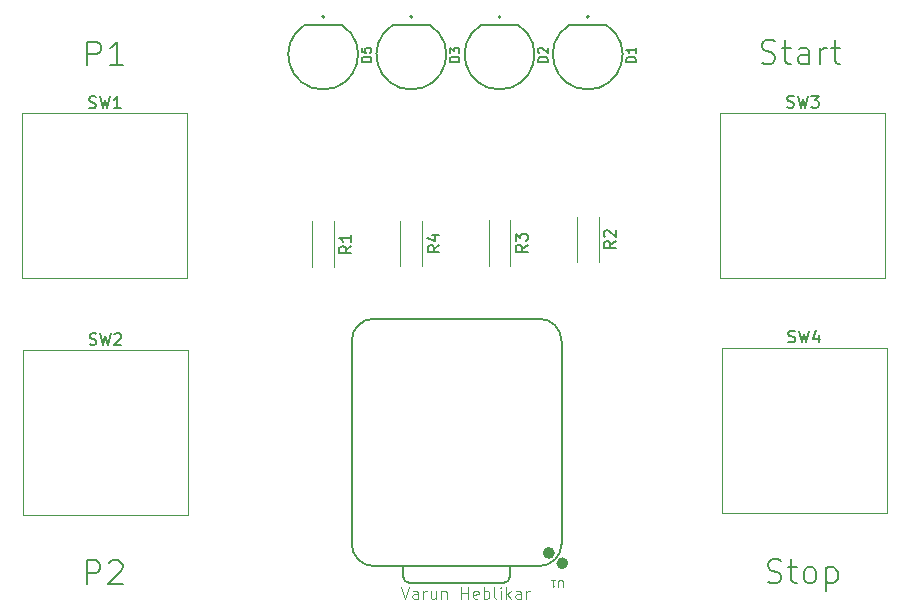
<source format=gbr>
%TF.GenerationSoftware,KiCad,Pcbnew,9.0.2*%
%TF.CreationDate,2025-07-29T19:40:39-04:00*%
%TF.ProjectId,LaunchPad_V2,4c61756e-6368-4506-9164-5f56322e6b69,rev?*%
%TF.SameCoordinates,Original*%
%TF.FileFunction,Legend,Top*%
%TF.FilePolarity,Positive*%
%FSLAX46Y46*%
G04 Gerber Fmt 4.6, Leading zero omitted, Abs format (unit mm)*
G04 Created by KiCad (PCBNEW 9.0.2) date 2025-07-29 19:40:39*
%MOMM*%
%LPD*%
G01*
G04 APERTURE LIST*
%ADD10C,0.200000*%
%ADD11C,0.100000*%
%ADD12C,0.150000*%
%ADD13C,0.101600*%
%ADD14C,0.120000*%
%ADD15C,0.504000*%
%ADD16C,0.127000*%
G04 APERTURE END LIST*
D10*
X226512530Y-72249600D02*
X226798244Y-72344838D01*
X226798244Y-72344838D02*
X227274435Y-72344838D01*
X227274435Y-72344838D02*
X227464911Y-72249600D01*
X227464911Y-72249600D02*
X227560149Y-72154361D01*
X227560149Y-72154361D02*
X227655387Y-71963885D01*
X227655387Y-71963885D02*
X227655387Y-71773409D01*
X227655387Y-71773409D02*
X227560149Y-71582933D01*
X227560149Y-71582933D02*
X227464911Y-71487695D01*
X227464911Y-71487695D02*
X227274435Y-71392457D01*
X227274435Y-71392457D02*
X226893482Y-71297219D01*
X226893482Y-71297219D02*
X226703006Y-71201980D01*
X226703006Y-71201980D02*
X226607768Y-71106742D01*
X226607768Y-71106742D02*
X226512530Y-70916266D01*
X226512530Y-70916266D02*
X226512530Y-70725790D01*
X226512530Y-70725790D02*
X226607768Y-70535314D01*
X226607768Y-70535314D02*
X226703006Y-70440076D01*
X226703006Y-70440076D02*
X226893482Y-70344838D01*
X226893482Y-70344838D02*
X227369673Y-70344838D01*
X227369673Y-70344838D02*
X227655387Y-70440076D01*
X228226816Y-71011504D02*
X228988720Y-71011504D01*
X228512530Y-70344838D02*
X228512530Y-72059123D01*
X228512530Y-72059123D02*
X228607768Y-72249600D01*
X228607768Y-72249600D02*
X228798244Y-72344838D01*
X228798244Y-72344838D02*
X228988720Y-72344838D01*
X229941101Y-72344838D02*
X229750625Y-72249600D01*
X229750625Y-72249600D02*
X229655387Y-72154361D01*
X229655387Y-72154361D02*
X229560149Y-71963885D01*
X229560149Y-71963885D02*
X229560149Y-71392457D01*
X229560149Y-71392457D02*
X229655387Y-71201980D01*
X229655387Y-71201980D02*
X229750625Y-71106742D01*
X229750625Y-71106742D02*
X229941101Y-71011504D01*
X229941101Y-71011504D02*
X230226816Y-71011504D01*
X230226816Y-71011504D02*
X230417292Y-71106742D01*
X230417292Y-71106742D02*
X230512530Y-71201980D01*
X230512530Y-71201980D02*
X230607768Y-71392457D01*
X230607768Y-71392457D02*
X230607768Y-71963885D01*
X230607768Y-71963885D02*
X230512530Y-72154361D01*
X230512530Y-72154361D02*
X230417292Y-72249600D01*
X230417292Y-72249600D02*
X230226816Y-72344838D01*
X230226816Y-72344838D02*
X229941101Y-72344838D01*
X231464911Y-71011504D02*
X231464911Y-73011504D01*
X231464911Y-71106742D02*
X231655387Y-71011504D01*
X231655387Y-71011504D02*
X232036340Y-71011504D01*
X232036340Y-71011504D02*
X232226816Y-71106742D01*
X232226816Y-71106742D02*
X232322054Y-71201980D01*
X232322054Y-71201980D02*
X232417292Y-71392457D01*
X232417292Y-71392457D02*
X232417292Y-71963885D01*
X232417292Y-71963885D02*
X232322054Y-72154361D01*
X232322054Y-72154361D02*
X232226816Y-72249600D01*
X232226816Y-72249600D02*
X232036340Y-72344838D01*
X232036340Y-72344838D02*
X231655387Y-72344838D01*
X231655387Y-72344838D02*
X231464911Y-72249600D01*
X225992530Y-28269600D02*
X226278244Y-28364838D01*
X226278244Y-28364838D02*
X226754435Y-28364838D01*
X226754435Y-28364838D02*
X226944911Y-28269600D01*
X226944911Y-28269600D02*
X227040149Y-28174361D01*
X227040149Y-28174361D02*
X227135387Y-27983885D01*
X227135387Y-27983885D02*
X227135387Y-27793409D01*
X227135387Y-27793409D02*
X227040149Y-27602933D01*
X227040149Y-27602933D02*
X226944911Y-27507695D01*
X226944911Y-27507695D02*
X226754435Y-27412457D01*
X226754435Y-27412457D02*
X226373482Y-27317219D01*
X226373482Y-27317219D02*
X226183006Y-27221980D01*
X226183006Y-27221980D02*
X226087768Y-27126742D01*
X226087768Y-27126742D02*
X225992530Y-26936266D01*
X225992530Y-26936266D02*
X225992530Y-26745790D01*
X225992530Y-26745790D02*
X226087768Y-26555314D01*
X226087768Y-26555314D02*
X226183006Y-26460076D01*
X226183006Y-26460076D02*
X226373482Y-26364838D01*
X226373482Y-26364838D02*
X226849673Y-26364838D01*
X226849673Y-26364838D02*
X227135387Y-26460076D01*
X227706816Y-27031504D02*
X228468720Y-27031504D01*
X227992530Y-26364838D02*
X227992530Y-28079123D01*
X227992530Y-28079123D02*
X228087768Y-28269600D01*
X228087768Y-28269600D02*
X228278244Y-28364838D01*
X228278244Y-28364838D02*
X228468720Y-28364838D01*
X229992530Y-28364838D02*
X229992530Y-27317219D01*
X229992530Y-27317219D02*
X229897292Y-27126742D01*
X229897292Y-27126742D02*
X229706816Y-27031504D01*
X229706816Y-27031504D02*
X229325863Y-27031504D01*
X229325863Y-27031504D02*
X229135387Y-27126742D01*
X229992530Y-28269600D02*
X229802054Y-28364838D01*
X229802054Y-28364838D02*
X229325863Y-28364838D01*
X229325863Y-28364838D02*
X229135387Y-28269600D01*
X229135387Y-28269600D02*
X229040149Y-28079123D01*
X229040149Y-28079123D02*
X229040149Y-27888647D01*
X229040149Y-27888647D02*
X229135387Y-27698171D01*
X229135387Y-27698171D02*
X229325863Y-27602933D01*
X229325863Y-27602933D02*
X229802054Y-27602933D01*
X229802054Y-27602933D02*
X229992530Y-27507695D01*
X230944911Y-28364838D02*
X230944911Y-27031504D01*
X230944911Y-27412457D02*
X231040149Y-27221980D01*
X231040149Y-27221980D02*
X231135387Y-27126742D01*
X231135387Y-27126742D02*
X231325863Y-27031504D01*
X231325863Y-27031504D02*
X231516340Y-27031504D01*
X231897292Y-27031504D02*
X232659196Y-27031504D01*
X232183006Y-26364838D02*
X232183006Y-28079123D01*
X232183006Y-28079123D02*
X232278244Y-28269600D01*
X232278244Y-28269600D02*
X232468720Y-28364838D01*
X232468720Y-28364838D02*
X232659196Y-28364838D01*
X168827768Y-72424838D02*
X168827768Y-70424838D01*
X168827768Y-70424838D02*
X169589673Y-70424838D01*
X169589673Y-70424838D02*
X169780149Y-70520076D01*
X169780149Y-70520076D02*
X169875387Y-70615314D01*
X169875387Y-70615314D02*
X169970625Y-70805790D01*
X169970625Y-70805790D02*
X169970625Y-71091504D01*
X169970625Y-71091504D02*
X169875387Y-71281980D01*
X169875387Y-71281980D02*
X169780149Y-71377219D01*
X169780149Y-71377219D02*
X169589673Y-71472457D01*
X169589673Y-71472457D02*
X168827768Y-71472457D01*
X170732530Y-70615314D02*
X170827768Y-70520076D01*
X170827768Y-70520076D02*
X171018244Y-70424838D01*
X171018244Y-70424838D02*
X171494435Y-70424838D01*
X171494435Y-70424838D02*
X171684911Y-70520076D01*
X171684911Y-70520076D02*
X171780149Y-70615314D01*
X171780149Y-70615314D02*
X171875387Y-70805790D01*
X171875387Y-70805790D02*
X171875387Y-70996266D01*
X171875387Y-70996266D02*
X171780149Y-71281980D01*
X171780149Y-71281980D02*
X170637292Y-72424838D01*
X170637292Y-72424838D02*
X171875387Y-72424838D01*
X168907768Y-28504838D02*
X168907768Y-26504838D01*
X168907768Y-26504838D02*
X169669673Y-26504838D01*
X169669673Y-26504838D02*
X169860149Y-26600076D01*
X169860149Y-26600076D02*
X169955387Y-26695314D01*
X169955387Y-26695314D02*
X170050625Y-26885790D01*
X170050625Y-26885790D02*
X170050625Y-27171504D01*
X170050625Y-27171504D02*
X169955387Y-27361980D01*
X169955387Y-27361980D02*
X169860149Y-27457219D01*
X169860149Y-27457219D02*
X169669673Y-27552457D01*
X169669673Y-27552457D02*
X168907768Y-27552457D01*
X171955387Y-28504838D02*
X170812530Y-28504838D01*
X171383958Y-28504838D02*
X171383958Y-26504838D01*
X171383958Y-26504838D02*
X171193482Y-26790552D01*
X171193482Y-26790552D02*
X171003006Y-26981028D01*
X171003006Y-26981028D02*
X170812530Y-27076266D01*
D11*
X195451027Y-72672419D02*
X195784360Y-73672419D01*
X195784360Y-73672419D02*
X196117693Y-72672419D01*
X196879598Y-73672419D02*
X196879598Y-73148609D01*
X196879598Y-73148609D02*
X196831979Y-73053371D01*
X196831979Y-73053371D02*
X196736741Y-73005752D01*
X196736741Y-73005752D02*
X196546265Y-73005752D01*
X196546265Y-73005752D02*
X196451027Y-73053371D01*
X196879598Y-73624800D02*
X196784360Y-73672419D01*
X196784360Y-73672419D02*
X196546265Y-73672419D01*
X196546265Y-73672419D02*
X196451027Y-73624800D01*
X196451027Y-73624800D02*
X196403408Y-73529561D01*
X196403408Y-73529561D02*
X196403408Y-73434323D01*
X196403408Y-73434323D02*
X196451027Y-73339085D01*
X196451027Y-73339085D02*
X196546265Y-73291466D01*
X196546265Y-73291466D02*
X196784360Y-73291466D01*
X196784360Y-73291466D02*
X196879598Y-73243847D01*
X197355789Y-73672419D02*
X197355789Y-73005752D01*
X197355789Y-73196228D02*
X197403408Y-73100990D01*
X197403408Y-73100990D02*
X197451027Y-73053371D01*
X197451027Y-73053371D02*
X197546265Y-73005752D01*
X197546265Y-73005752D02*
X197641503Y-73005752D01*
X198403408Y-73005752D02*
X198403408Y-73672419D01*
X197974837Y-73005752D02*
X197974837Y-73529561D01*
X197974837Y-73529561D02*
X198022456Y-73624800D01*
X198022456Y-73624800D02*
X198117694Y-73672419D01*
X198117694Y-73672419D02*
X198260551Y-73672419D01*
X198260551Y-73672419D02*
X198355789Y-73624800D01*
X198355789Y-73624800D02*
X198403408Y-73577180D01*
X198879599Y-73005752D02*
X198879599Y-73672419D01*
X198879599Y-73100990D02*
X198927218Y-73053371D01*
X198927218Y-73053371D02*
X199022456Y-73005752D01*
X199022456Y-73005752D02*
X199165313Y-73005752D01*
X199165313Y-73005752D02*
X199260551Y-73053371D01*
X199260551Y-73053371D02*
X199308170Y-73148609D01*
X199308170Y-73148609D02*
X199308170Y-73672419D01*
X200546266Y-73672419D02*
X200546266Y-72672419D01*
X200546266Y-73148609D02*
X201117694Y-73148609D01*
X201117694Y-73672419D02*
X201117694Y-72672419D01*
X201974837Y-73624800D02*
X201879599Y-73672419D01*
X201879599Y-73672419D02*
X201689123Y-73672419D01*
X201689123Y-73672419D02*
X201593885Y-73624800D01*
X201593885Y-73624800D02*
X201546266Y-73529561D01*
X201546266Y-73529561D02*
X201546266Y-73148609D01*
X201546266Y-73148609D02*
X201593885Y-73053371D01*
X201593885Y-73053371D02*
X201689123Y-73005752D01*
X201689123Y-73005752D02*
X201879599Y-73005752D01*
X201879599Y-73005752D02*
X201974837Y-73053371D01*
X201974837Y-73053371D02*
X202022456Y-73148609D01*
X202022456Y-73148609D02*
X202022456Y-73243847D01*
X202022456Y-73243847D02*
X201546266Y-73339085D01*
X202451028Y-73672419D02*
X202451028Y-72672419D01*
X202451028Y-73053371D02*
X202546266Y-73005752D01*
X202546266Y-73005752D02*
X202736742Y-73005752D01*
X202736742Y-73005752D02*
X202831980Y-73053371D01*
X202831980Y-73053371D02*
X202879599Y-73100990D01*
X202879599Y-73100990D02*
X202927218Y-73196228D01*
X202927218Y-73196228D02*
X202927218Y-73481942D01*
X202927218Y-73481942D02*
X202879599Y-73577180D01*
X202879599Y-73577180D02*
X202831980Y-73624800D01*
X202831980Y-73624800D02*
X202736742Y-73672419D01*
X202736742Y-73672419D02*
X202546266Y-73672419D01*
X202546266Y-73672419D02*
X202451028Y-73624800D01*
X203498647Y-73672419D02*
X203403409Y-73624800D01*
X203403409Y-73624800D02*
X203355790Y-73529561D01*
X203355790Y-73529561D02*
X203355790Y-72672419D01*
X203879600Y-73672419D02*
X203879600Y-73005752D01*
X203879600Y-72672419D02*
X203831981Y-72720038D01*
X203831981Y-72720038D02*
X203879600Y-72767657D01*
X203879600Y-72767657D02*
X203927219Y-72720038D01*
X203927219Y-72720038D02*
X203879600Y-72672419D01*
X203879600Y-72672419D02*
X203879600Y-72767657D01*
X204355790Y-73672419D02*
X204355790Y-72672419D01*
X204451028Y-73291466D02*
X204736742Y-73672419D01*
X204736742Y-73005752D02*
X204355790Y-73386704D01*
X205593885Y-73672419D02*
X205593885Y-73148609D01*
X205593885Y-73148609D02*
X205546266Y-73053371D01*
X205546266Y-73053371D02*
X205451028Y-73005752D01*
X205451028Y-73005752D02*
X205260552Y-73005752D01*
X205260552Y-73005752D02*
X205165314Y-73053371D01*
X205593885Y-73624800D02*
X205498647Y-73672419D01*
X205498647Y-73672419D02*
X205260552Y-73672419D01*
X205260552Y-73672419D02*
X205165314Y-73624800D01*
X205165314Y-73624800D02*
X205117695Y-73529561D01*
X205117695Y-73529561D02*
X205117695Y-73434323D01*
X205117695Y-73434323D02*
X205165314Y-73339085D01*
X205165314Y-73339085D02*
X205260552Y-73291466D01*
X205260552Y-73291466D02*
X205498647Y-73291466D01*
X205498647Y-73291466D02*
X205593885Y-73243847D01*
X206070076Y-73672419D02*
X206070076Y-73005752D01*
X206070076Y-73196228D02*
X206117695Y-73100990D01*
X206117695Y-73100990D02*
X206165314Y-73053371D01*
X206165314Y-73053371D02*
X206260552Y-73005752D01*
X206260552Y-73005752D02*
X206355790Y-73005752D01*
D12*
X206169925Y-43706666D02*
X205693734Y-44039999D01*
X206169925Y-44278094D02*
X205169925Y-44278094D01*
X205169925Y-44278094D02*
X205169925Y-43897142D01*
X205169925Y-43897142D02*
X205217544Y-43801904D01*
X205217544Y-43801904D02*
X205265163Y-43754285D01*
X205265163Y-43754285D02*
X205360401Y-43706666D01*
X205360401Y-43706666D02*
X205503258Y-43706666D01*
X205503258Y-43706666D02*
X205598496Y-43754285D01*
X205598496Y-43754285D02*
X205646115Y-43801904D01*
X205646115Y-43801904D02*
X205693734Y-43897142D01*
X205693734Y-43897142D02*
X205693734Y-44278094D01*
X205169925Y-43373332D02*
X205169925Y-42754285D01*
X205169925Y-42754285D02*
X205550877Y-43087618D01*
X205550877Y-43087618D02*
X205550877Y-42944761D01*
X205550877Y-42944761D02*
X205598496Y-42849523D01*
X205598496Y-42849523D02*
X205646115Y-42801904D01*
X205646115Y-42801904D02*
X205741353Y-42754285D01*
X205741353Y-42754285D02*
X205979448Y-42754285D01*
X205979448Y-42754285D02*
X206074686Y-42801904D01*
X206074686Y-42801904D02*
X206122306Y-42849523D01*
X206122306Y-42849523D02*
X206169925Y-42944761D01*
X206169925Y-42944761D02*
X206169925Y-43230475D01*
X206169925Y-43230475D02*
X206122306Y-43325713D01*
X206122306Y-43325713D02*
X206074686Y-43373332D01*
D13*
X209143809Y-72716520D02*
X209143809Y-72202473D01*
X209143809Y-72202473D02*
X209113571Y-72141997D01*
X209113571Y-72141997D02*
X209083333Y-72111759D01*
X209083333Y-72111759D02*
X209022857Y-72081520D01*
X209022857Y-72081520D02*
X208901904Y-72081520D01*
X208901904Y-72081520D02*
X208841428Y-72111759D01*
X208841428Y-72111759D02*
X208811190Y-72141997D01*
X208811190Y-72141997D02*
X208780952Y-72202473D01*
X208780952Y-72202473D02*
X208780952Y-72716520D01*
X208145952Y-72081520D02*
X208508809Y-72081520D01*
X208327381Y-72081520D02*
X208327381Y-72716520D01*
X208327381Y-72716520D02*
X208387857Y-72625806D01*
X208387857Y-72625806D02*
X208448333Y-72565330D01*
X208448333Y-72565330D02*
X208508809Y-72535092D01*
D12*
X192935189Y-28220475D02*
X192135189Y-28220475D01*
X192135189Y-28220475D02*
X192135189Y-28029999D01*
X192135189Y-28029999D02*
X192173284Y-27915713D01*
X192173284Y-27915713D02*
X192249474Y-27839523D01*
X192249474Y-27839523D02*
X192325665Y-27801428D01*
X192325665Y-27801428D02*
X192478046Y-27763332D01*
X192478046Y-27763332D02*
X192592332Y-27763332D01*
X192592332Y-27763332D02*
X192744713Y-27801428D01*
X192744713Y-27801428D02*
X192820903Y-27839523D01*
X192820903Y-27839523D02*
X192897094Y-27915713D01*
X192897094Y-27915713D02*
X192935189Y-28029999D01*
X192935189Y-28029999D02*
X192935189Y-28220475D01*
X192135189Y-27039523D02*
X192135189Y-27420475D01*
X192135189Y-27420475D02*
X192516141Y-27458571D01*
X192516141Y-27458571D02*
X192478046Y-27420475D01*
X192478046Y-27420475D02*
X192439951Y-27344285D01*
X192439951Y-27344285D02*
X192439951Y-27153809D01*
X192439951Y-27153809D02*
X192478046Y-27077618D01*
X192478046Y-27077618D02*
X192516141Y-27039523D01*
X192516141Y-27039523D02*
X192592332Y-27001428D01*
X192592332Y-27001428D02*
X192782808Y-27001428D01*
X192782808Y-27001428D02*
X192858998Y-27039523D01*
X192858998Y-27039523D02*
X192897094Y-27077618D01*
X192897094Y-27077618D02*
X192935189Y-27153809D01*
X192935189Y-27153809D02*
X192935189Y-27344285D01*
X192935189Y-27344285D02*
X192897094Y-27420475D01*
X192897094Y-27420475D02*
X192858998Y-27458571D01*
X228246667Y-51923200D02*
X228389524Y-51970819D01*
X228389524Y-51970819D02*
X228627619Y-51970819D01*
X228627619Y-51970819D02*
X228722857Y-51923200D01*
X228722857Y-51923200D02*
X228770476Y-51875580D01*
X228770476Y-51875580D02*
X228818095Y-51780342D01*
X228818095Y-51780342D02*
X228818095Y-51685104D01*
X228818095Y-51685104D02*
X228770476Y-51589866D01*
X228770476Y-51589866D02*
X228722857Y-51542247D01*
X228722857Y-51542247D02*
X228627619Y-51494628D01*
X228627619Y-51494628D02*
X228437143Y-51447009D01*
X228437143Y-51447009D02*
X228341905Y-51399390D01*
X228341905Y-51399390D02*
X228294286Y-51351771D01*
X228294286Y-51351771D02*
X228246667Y-51256533D01*
X228246667Y-51256533D02*
X228246667Y-51161295D01*
X228246667Y-51161295D02*
X228294286Y-51066057D01*
X228294286Y-51066057D02*
X228341905Y-51018438D01*
X228341905Y-51018438D02*
X228437143Y-50970819D01*
X228437143Y-50970819D02*
X228675238Y-50970819D01*
X228675238Y-50970819D02*
X228818095Y-51018438D01*
X229151429Y-50970819D02*
X229389524Y-51970819D01*
X229389524Y-51970819D02*
X229580000Y-51256533D01*
X229580000Y-51256533D02*
X229770476Y-51970819D01*
X229770476Y-51970819D02*
X230008572Y-50970819D01*
X230818095Y-51304152D02*
X230818095Y-51970819D01*
X230580000Y-50923200D02*
X230341905Y-51637485D01*
X230341905Y-51637485D02*
X230960952Y-51637485D01*
X169046667Y-32093200D02*
X169189524Y-32140819D01*
X169189524Y-32140819D02*
X169427619Y-32140819D01*
X169427619Y-32140819D02*
X169522857Y-32093200D01*
X169522857Y-32093200D02*
X169570476Y-32045580D01*
X169570476Y-32045580D02*
X169618095Y-31950342D01*
X169618095Y-31950342D02*
X169618095Y-31855104D01*
X169618095Y-31855104D02*
X169570476Y-31759866D01*
X169570476Y-31759866D02*
X169522857Y-31712247D01*
X169522857Y-31712247D02*
X169427619Y-31664628D01*
X169427619Y-31664628D02*
X169237143Y-31617009D01*
X169237143Y-31617009D02*
X169141905Y-31569390D01*
X169141905Y-31569390D02*
X169094286Y-31521771D01*
X169094286Y-31521771D02*
X169046667Y-31426533D01*
X169046667Y-31426533D02*
X169046667Y-31331295D01*
X169046667Y-31331295D02*
X169094286Y-31236057D01*
X169094286Y-31236057D02*
X169141905Y-31188438D01*
X169141905Y-31188438D02*
X169237143Y-31140819D01*
X169237143Y-31140819D02*
X169475238Y-31140819D01*
X169475238Y-31140819D02*
X169618095Y-31188438D01*
X169951429Y-31140819D02*
X170189524Y-32140819D01*
X170189524Y-32140819D02*
X170380000Y-31426533D01*
X170380000Y-31426533D02*
X170570476Y-32140819D01*
X170570476Y-32140819D02*
X170808572Y-31140819D01*
X171713333Y-32140819D02*
X171141905Y-32140819D01*
X171427619Y-32140819D02*
X171427619Y-31140819D01*
X171427619Y-31140819D02*
X171332381Y-31283676D01*
X171332381Y-31283676D02*
X171237143Y-31378914D01*
X171237143Y-31378914D02*
X171141905Y-31426533D01*
X207865401Y-28220475D02*
X207065401Y-28220475D01*
X207065401Y-28220475D02*
X207065401Y-28029999D01*
X207065401Y-28029999D02*
X207103496Y-27915713D01*
X207103496Y-27915713D02*
X207179686Y-27839523D01*
X207179686Y-27839523D02*
X207255877Y-27801428D01*
X207255877Y-27801428D02*
X207408258Y-27763332D01*
X207408258Y-27763332D02*
X207522544Y-27763332D01*
X207522544Y-27763332D02*
X207674925Y-27801428D01*
X207674925Y-27801428D02*
X207751115Y-27839523D01*
X207751115Y-27839523D02*
X207827306Y-27915713D01*
X207827306Y-27915713D02*
X207865401Y-28029999D01*
X207865401Y-28029999D02*
X207865401Y-28220475D01*
X207141591Y-27458571D02*
X207103496Y-27420475D01*
X207103496Y-27420475D02*
X207065401Y-27344285D01*
X207065401Y-27344285D02*
X207065401Y-27153809D01*
X207065401Y-27153809D02*
X207103496Y-27077618D01*
X207103496Y-27077618D02*
X207141591Y-27039523D01*
X207141591Y-27039523D02*
X207217782Y-27001428D01*
X207217782Y-27001428D02*
X207293972Y-27001428D01*
X207293972Y-27001428D02*
X207408258Y-27039523D01*
X207408258Y-27039523D02*
X207865401Y-27496666D01*
X207865401Y-27496666D02*
X207865401Y-27001428D01*
X213635031Y-43396666D02*
X213158840Y-43729999D01*
X213635031Y-43968094D02*
X212635031Y-43968094D01*
X212635031Y-43968094D02*
X212635031Y-43587142D01*
X212635031Y-43587142D02*
X212682650Y-43491904D01*
X212682650Y-43491904D02*
X212730269Y-43444285D01*
X212730269Y-43444285D02*
X212825507Y-43396666D01*
X212825507Y-43396666D02*
X212968364Y-43396666D01*
X212968364Y-43396666D02*
X213063602Y-43444285D01*
X213063602Y-43444285D02*
X213111221Y-43491904D01*
X213111221Y-43491904D02*
X213158840Y-43587142D01*
X213158840Y-43587142D02*
X213158840Y-43968094D01*
X212730269Y-43015713D02*
X212682650Y-42968094D01*
X212682650Y-42968094D02*
X212635031Y-42872856D01*
X212635031Y-42872856D02*
X212635031Y-42634761D01*
X212635031Y-42634761D02*
X212682650Y-42539523D01*
X212682650Y-42539523D02*
X212730269Y-42491904D01*
X212730269Y-42491904D02*
X212825507Y-42444285D01*
X212825507Y-42444285D02*
X212920745Y-42444285D01*
X212920745Y-42444285D02*
X213063602Y-42491904D01*
X213063602Y-42491904D02*
X213635031Y-43063332D01*
X213635031Y-43063332D02*
X213635031Y-42444285D01*
X215330507Y-28220475D02*
X214530507Y-28220475D01*
X214530507Y-28220475D02*
X214530507Y-28029999D01*
X214530507Y-28029999D02*
X214568602Y-27915713D01*
X214568602Y-27915713D02*
X214644792Y-27839523D01*
X214644792Y-27839523D02*
X214720983Y-27801428D01*
X214720983Y-27801428D02*
X214873364Y-27763332D01*
X214873364Y-27763332D02*
X214987650Y-27763332D01*
X214987650Y-27763332D02*
X215140031Y-27801428D01*
X215140031Y-27801428D02*
X215216221Y-27839523D01*
X215216221Y-27839523D02*
X215292412Y-27915713D01*
X215292412Y-27915713D02*
X215330507Y-28029999D01*
X215330507Y-28029999D02*
X215330507Y-28220475D01*
X215330507Y-27001428D02*
X215330507Y-27458571D01*
X215330507Y-27229999D02*
X214530507Y-27229999D01*
X214530507Y-27229999D02*
X214644792Y-27306190D01*
X214644792Y-27306190D02*
X214720983Y-27382380D01*
X214720983Y-27382380D02*
X214759078Y-27458571D01*
X228146667Y-32043200D02*
X228289524Y-32090819D01*
X228289524Y-32090819D02*
X228527619Y-32090819D01*
X228527619Y-32090819D02*
X228622857Y-32043200D01*
X228622857Y-32043200D02*
X228670476Y-31995580D01*
X228670476Y-31995580D02*
X228718095Y-31900342D01*
X228718095Y-31900342D02*
X228718095Y-31805104D01*
X228718095Y-31805104D02*
X228670476Y-31709866D01*
X228670476Y-31709866D02*
X228622857Y-31662247D01*
X228622857Y-31662247D02*
X228527619Y-31614628D01*
X228527619Y-31614628D02*
X228337143Y-31567009D01*
X228337143Y-31567009D02*
X228241905Y-31519390D01*
X228241905Y-31519390D02*
X228194286Y-31471771D01*
X228194286Y-31471771D02*
X228146667Y-31376533D01*
X228146667Y-31376533D02*
X228146667Y-31281295D01*
X228146667Y-31281295D02*
X228194286Y-31186057D01*
X228194286Y-31186057D02*
X228241905Y-31138438D01*
X228241905Y-31138438D02*
X228337143Y-31090819D01*
X228337143Y-31090819D02*
X228575238Y-31090819D01*
X228575238Y-31090819D02*
X228718095Y-31138438D01*
X229051429Y-31090819D02*
X229289524Y-32090819D01*
X229289524Y-32090819D02*
X229480000Y-31376533D01*
X229480000Y-31376533D02*
X229670476Y-32090819D01*
X229670476Y-32090819D02*
X229908572Y-31090819D01*
X230194286Y-31090819D02*
X230813333Y-31090819D01*
X230813333Y-31090819D02*
X230480000Y-31471771D01*
X230480000Y-31471771D02*
X230622857Y-31471771D01*
X230622857Y-31471771D02*
X230718095Y-31519390D01*
X230718095Y-31519390D02*
X230765714Y-31567009D01*
X230765714Y-31567009D02*
X230813333Y-31662247D01*
X230813333Y-31662247D02*
X230813333Y-31900342D01*
X230813333Y-31900342D02*
X230765714Y-31995580D01*
X230765714Y-31995580D02*
X230718095Y-32043200D01*
X230718095Y-32043200D02*
X230622857Y-32090819D01*
X230622857Y-32090819D02*
X230337143Y-32090819D01*
X230337143Y-32090819D02*
X230241905Y-32043200D01*
X230241905Y-32043200D02*
X230194286Y-31995580D01*
X200400295Y-28220475D02*
X199600295Y-28220475D01*
X199600295Y-28220475D02*
X199600295Y-28029999D01*
X199600295Y-28029999D02*
X199638390Y-27915713D01*
X199638390Y-27915713D02*
X199714580Y-27839523D01*
X199714580Y-27839523D02*
X199790771Y-27801428D01*
X199790771Y-27801428D02*
X199943152Y-27763332D01*
X199943152Y-27763332D02*
X200057438Y-27763332D01*
X200057438Y-27763332D02*
X200209819Y-27801428D01*
X200209819Y-27801428D02*
X200286009Y-27839523D01*
X200286009Y-27839523D02*
X200362200Y-27915713D01*
X200362200Y-27915713D02*
X200400295Y-28029999D01*
X200400295Y-28029999D02*
X200400295Y-28220475D01*
X199600295Y-27496666D02*
X199600295Y-27001428D01*
X199600295Y-27001428D02*
X199905057Y-27268094D01*
X199905057Y-27268094D02*
X199905057Y-27153809D01*
X199905057Y-27153809D02*
X199943152Y-27077618D01*
X199943152Y-27077618D02*
X199981247Y-27039523D01*
X199981247Y-27039523D02*
X200057438Y-27001428D01*
X200057438Y-27001428D02*
X200247914Y-27001428D01*
X200247914Y-27001428D02*
X200324104Y-27039523D01*
X200324104Y-27039523D02*
X200362200Y-27077618D01*
X200362200Y-27077618D02*
X200400295Y-27153809D01*
X200400295Y-27153809D02*
X200400295Y-27382380D01*
X200400295Y-27382380D02*
X200362200Y-27458571D01*
X200362200Y-27458571D02*
X200324104Y-27496666D01*
X198704819Y-43746666D02*
X198228628Y-44079999D01*
X198704819Y-44318094D02*
X197704819Y-44318094D01*
X197704819Y-44318094D02*
X197704819Y-43937142D01*
X197704819Y-43937142D02*
X197752438Y-43841904D01*
X197752438Y-43841904D02*
X197800057Y-43794285D01*
X197800057Y-43794285D02*
X197895295Y-43746666D01*
X197895295Y-43746666D02*
X198038152Y-43746666D01*
X198038152Y-43746666D02*
X198133390Y-43794285D01*
X198133390Y-43794285D02*
X198181009Y-43841904D01*
X198181009Y-43841904D02*
X198228628Y-43937142D01*
X198228628Y-43937142D02*
X198228628Y-44318094D01*
X198038152Y-42889523D02*
X198704819Y-42889523D01*
X197657200Y-43127618D02*
X198371485Y-43365713D01*
X198371485Y-43365713D02*
X198371485Y-42746666D01*
X191239713Y-43806666D02*
X190763522Y-44139999D01*
X191239713Y-44378094D02*
X190239713Y-44378094D01*
X190239713Y-44378094D02*
X190239713Y-43997142D01*
X190239713Y-43997142D02*
X190287332Y-43901904D01*
X190287332Y-43901904D02*
X190334951Y-43854285D01*
X190334951Y-43854285D02*
X190430189Y-43806666D01*
X190430189Y-43806666D02*
X190573046Y-43806666D01*
X190573046Y-43806666D02*
X190668284Y-43854285D01*
X190668284Y-43854285D02*
X190715903Y-43901904D01*
X190715903Y-43901904D02*
X190763522Y-43997142D01*
X190763522Y-43997142D02*
X190763522Y-44378094D01*
X191239713Y-42854285D02*
X191239713Y-43425713D01*
X191239713Y-43139999D02*
X190239713Y-43139999D01*
X190239713Y-43139999D02*
X190382570Y-43235237D01*
X190382570Y-43235237D02*
X190477808Y-43330475D01*
X190477808Y-43330475D02*
X190525427Y-43425713D01*
X169096667Y-52123200D02*
X169239524Y-52170819D01*
X169239524Y-52170819D02*
X169477619Y-52170819D01*
X169477619Y-52170819D02*
X169572857Y-52123200D01*
X169572857Y-52123200D02*
X169620476Y-52075580D01*
X169620476Y-52075580D02*
X169668095Y-51980342D01*
X169668095Y-51980342D02*
X169668095Y-51885104D01*
X169668095Y-51885104D02*
X169620476Y-51789866D01*
X169620476Y-51789866D02*
X169572857Y-51742247D01*
X169572857Y-51742247D02*
X169477619Y-51694628D01*
X169477619Y-51694628D02*
X169287143Y-51647009D01*
X169287143Y-51647009D02*
X169191905Y-51599390D01*
X169191905Y-51599390D02*
X169144286Y-51551771D01*
X169144286Y-51551771D02*
X169096667Y-51456533D01*
X169096667Y-51456533D02*
X169096667Y-51361295D01*
X169096667Y-51361295D02*
X169144286Y-51266057D01*
X169144286Y-51266057D02*
X169191905Y-51218438D01*
X169191905Y-51218438D02*
X169287143Y-51170819D01*
X169287143Y-51170819D02*
X169525238Y-51170819D01*
X169525238Y-51170819D02*
X169668095Y-51218438D01*
X170001429Y-51170819D02*
X170239524Y-52170819D01*
X170239524Y-52170819D02*
X170430000Y-51456533D01*
X170430000Y-51456533D02*
X170620476Y-52170819D01*
X170620476Y-52170819D02*
X170858572Y-51170819D01*
X171191905Y-51266057D02*
X171239524Y-51218438D01*
X171239524Y-51218438D02*
X171334762Y-51170819D01*
X171334762Y-51170819D02*
X171572857Y-51170819D01*
X171572857Y-51170819D02*
X171668095Y-51218438D01*
X171668095Y-51218438D02*
X171715714Y-51266057D01*
X171715714Y-51266057D02*
X171763333Y-51361295D01*
X171763333Y-51361295D02*
X171763333Y-51456533D01*
X171763333Y-51456533D02*
X171715714Y-51599390D01*
X171715714Y-51599390D02*
X171144286Y-52170819D01*
X171144286Y-52170819D02*
X171763333Y-52170819D01*
D14*
%TO.C,R3*%
X204715106Y-41620000D02*
X204715106Y-45460000D01*
X202875106Y-41620000D02*
X202875106Y-45460000D01*
%TO.C,U1*%
D15*
X208219000Y-69790000D02*
G75*
G02*
X207715000Y-69790000I-252000J0D01*
G01*
X207715000Y-69790000D02*
G75*
G02*
X208219000Y-69790000I252000J0D01*
G01*
X209362000Y-70670000D02*
G75*
G02*
X208858000Y-70670000I-252000J0D01*
G01*
X208858000Y-70670000D02*
G75*
G02*
X209362000Y-70670000I252000J0D01*
G01*
D16*
X191270000Y-51861000D02*
G75*
G02*
X193175000Y-49956000I1905000J0D01*
G01*
X193175000Y-70911000D02*
G75*
G02*
X191270000Y-69006000I0J1905000D01*
G01*
X196156000Y-72321000D02*
G75*
G02*
X195656000Y-71821000I0J500000D01*
G01*
X204651272Y-71821272D02*
G75*
G02*
X204151272Y-72320999I-500018J291D01*
G01*
X207145000Y-49956000D02*
G75*
G02*
X209050000Y-51861000I-1J-1905001D01*
G01*
X209050000Y-69006000D02*
G75*
G02*
X207145000Y-70911000I-1905001J1D01*
G01*
X191270000Y-51861000D02*
X191270000Y-69006000D01*
X193175000Y-70911000D02*
X207145000Y-70911000D01*
D11*
X193175000Y-70911000D02*
X207145000Y-70911000D01*
D16*
X195656000Y-71821000D02*
X195656000Y-70911000D01*
X204151272Y-72321000D02*
X196156000Y-72321000D01*
X204655000Y-70911000D02*
X204651272Y-71821272D01*
X207145000Y-49956000D02*
X193175000Y-49956000D01*
X209050000Y-51861000D02*
X209050000Y-69006000D01*
%TO.C,D5*%
X190430894Y-25090000D02*
X187298894Y-25090000D01*
X190430894Y-25090000D02*
G75*
G02*
X187298894Y-25090000I-1566000J-2506124D01*
G01*
D10*
X188964894Y-24390000D02*
G75*
G02*
X188764894Y-24390000I-100000J0D01*
G01*
X188764894Y-24390000D02*
G75*
G02*
X188964894Y-24390000I100000J0D01*
G01*
D14*
%TO.C,SW4*%
X222595000Y-52405000D02*
X236565000Y-52405000D01*
X222595000Y-66375000D02*
X222595000Y-52405000D01*
X236565000Y-52405000D02*
X236565000Y-66375000D01*
X236565000Y-66375000D02*
X222595000Y-66375000D01*
%TO.C,SW1*%
X163395000Y-32575000D02*
X177365000Y-32575000D01*
X163395000Y-46545000D02*
X163395000Y-32575000D01*
X177365000Y-32575000D02*
X177365000Y-46545000D01*
X177365000Y-46545000D02*
X163395000Y-46545000D01*
D16*
%TO.C,D2*%
X205361106Y-25090000D02*
X202229106Y-25090000D01*
X205361106Y-25090000D02*
G75*
G02*
X202229106Y-25090000I-1566000J-2506124D01*
G01*
D10*
X203895106Y-24390000D02*
G75*
G02*
X203695106Y-24390000I-100000J0D01*
G01*
X203695106Y-24390000D02*
G75*
G02*
X203895106Y-24390000I100000J0D01*
G01*
D14*
%TO.C,R2*%
X210340212Y-41310000D02*
X210340212Y-45150000D01*
X212180212Y-41310000D02*
X212180212Y-45150000D01*
D16*
%TO.C,D1*%
X212826212Y-25090000D02*
X209694212Y-25090000D01*
X212826212Y-25090000D02*
G75*
G02*
X209694212Y-25090000I-1566000J-2506124D01*
G01*
D10*
X211360212Y-24390000D02*
G75*
G02*
X211160212Y-24390000I-100000J0D01*
G01*
X211160212Y-24390000D02*
G75*
G02*
X211360212Y-24390000I100000J0D01*
G01*
D14*
%TO.C,SW3*%
X222495000Y-32525000D02*
X236465000Y-32525000D01*
X222495000Y-46495000D02*
X222495000Y-32525000D01*
X236465000Y-32525000D02*
X236465000Y-46495000D01*
X236465000Y-46495000D02*
X222495000Y-46495000D01*
D16*
%TO.C,D3*%
X197896000Y-25090000D02*
X194764000Y-25090000D01*
X197896000Y-25090000D02*
G75*
G02*
X194764000Y-25090000I-1566000J-2506124D01*
G01*
D10*
X196430000Y-24390000D02*
G75*
G02*
X196230000Y-24390000I-100000J0D01*
G01*
X196230000Y-24390000D02*
G75*
G02*
X196430000Y-24390000I100000J0D01*
G01*
D14*
%TO.C,R4*%
X195410000Y-41660000D02*
X195410000Y-45500000D01*
X197250000Y-41660000D02*
X197250000Y-45500000D01*
%TO.C,R1*%
X187944894Y-41720000D02*
X187944894Y-45560000D01*
X189784894Y-41720000D02*
X189784894Y-45560000D01*
%TO.C,SW2*%
X163445000Y-52605000D02*
X177415000Y-52605000D01*
X163445000Y-66575000D02*
X163445000Y-52605000D01*
X177415000Y-52605000D02*
X177415000Y-66575000D01*
X177415000Y-66575000D02*
X163445000Y-66575000D01*
%TD*%
M02*

</source>
